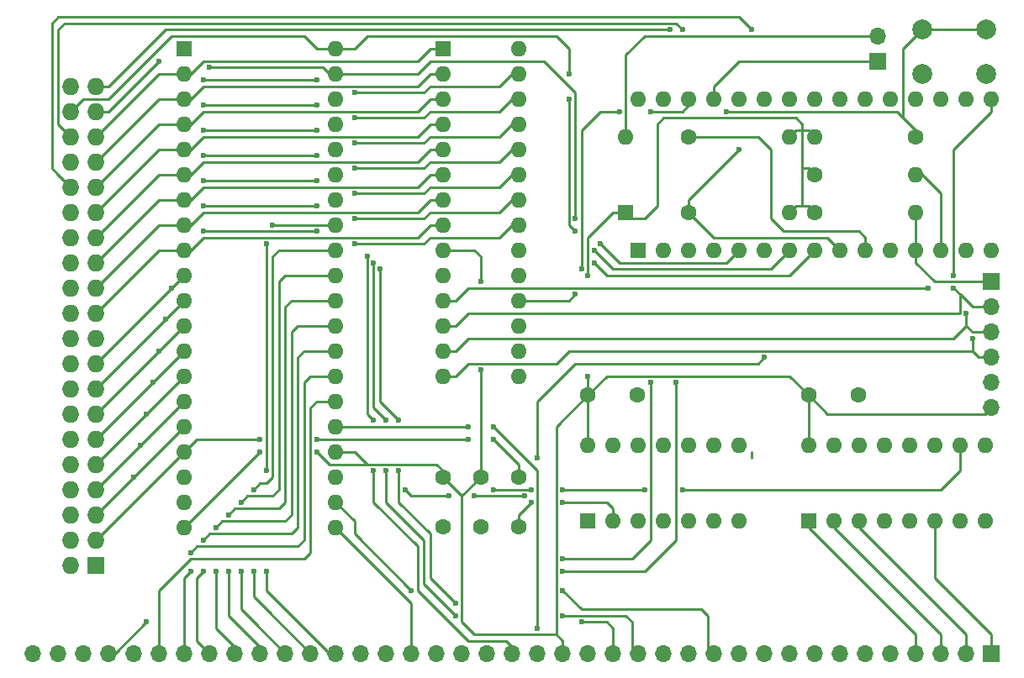
<source format=gtl>
G04 #@! TF.FileFunction,Copper,L1,Top,Signal*
%FSLAX46Y46*%
G04 Gerber Fmt 4.6, Leading zero omitted, Abs format (unit mm)*
G04 Created by KiCad (PCBNEW 4.0.6) date 06/14/17 01:07:24*
%MOMM*%
%LPD*%
G01*
G04 APERTURE LIST*
%ADD10C,0.100000*%
%ADD11R,1.727200X1.727200*%
%ADD12O,1.727200X1.727200*%
%ADD13C,1.600000*%
%ADD14R,1.700000X1.700000*%
%ADD15O,1.700000X1.700000*%
%ADD16R,1.600000X1.600000*%
%ADD17O,1.600000X1.600000*%
%ADD18C,2.000000*%
%ADD19C,0.600000*%
%ADD20C,0.250000*%
G04 APERTURE END LIST*
D10*
D11*
X106680000Y-124460000D03*
D12*
X104140000Y-124460000D03*
X106680000Y-121920000D03*
X104140000Y-121920000D03*
X106680000Y-119380000D03*
X104140000Y-119380000D03*
X106680000Y-116840000D03*
X104140000Y-116840000D03*
X106680000Y-114300000D03*
X104140000Y-114300000D03*
X106680000Y-111760000D03*
X104140000Y-111760000D03*
X106680000Y-109220000D03*
X104140000Y-109220000D03*
X106680000Y-106680000D03*
X104140000Y-106680000D03*
X106680000Y-104140000D03*
X104140000Y-104140000D03*
X106680000Y-101600000D03*
X104140000Y-101600000D03*
X106680000Y-99060000D03*
X104140000Y-99060000D03*
X106680000Y-96520000D03*
X104140000Y-96520000D03*
X106680000Y-93980000D03*
X104140000Y-93980000D03*
X106680000Y-91440000D03*
X104140000Y-91440000D03*
X106680000Y-88900000D03*
X104140000Y-88900000D03*
X106680000Y-86360000D03*
X104140000Y-86360000D03*
X106680000Y-83820000D03*
X104140000Y-83820000D03*
X106680000Y-81280000D03*
X104140000Y-81280000D03*
X106680000Y-78740000D03*
X104140000Y-78740000D03*
X106680000Y-76200000D03*
X104140000Y-76200000D03*
D13*
X156210000Y-107315000D03*
X161210000Y-107315000D03*
X141605000Y-115570000D03*
X141605000Y-120570000D03*
X178435000Y-107315000D03*
X183435000Y-107315000D03*
X145415000Y-115570000D03*
X145415000Y-120570000D03*
D14*
X196850000Y-133350000D03*
D15*
X194310000Y-133350000D03*
X191770000Y-133350000D03*
X189230000Y-133350000D03*
X186690000Y-133350000D03*
X184150000Y-133350000D03*
X181610000Y-133350000D03*
X179070000Y-133350000D03*
X176530000Y-133350000D03*
X173990000Y-133350000D03*
X171450000Y-133350000D03*
X168910000Y-133350000D03*
X166370000Y-133350000D03*
X163830000Y-133350000D03*
X161290000Y-133350000D03*
X158750000Y-133350000D03*
X156210000Y-133350000D03*
X153670000Y-133350000D03*
X151130000Y-133350000D03*
X148590000Y-133350000D03*
X146050000Y-133350000D03*
X143510000Y-133350000D03*
X140970000Y-133350000D03*
X138430000Y-133350000D03*
X135890000Y-133350000D03*
X133350000Y-133350000D03*
X130810000Y-133350000D03*
X128270000Y-133350000D03*
X125730000Y-133350000D03*
X123190000Y-133350000D03*
X120650000Y-133350000D03*
X118110000Y-133350000D03*
X115570000Y-133350000D03*
X113030000Y-133350000D03*
X110490000Y-133350000D03*
X107950000Y-133350000D03*
X105410000Y-133350000D03*
X102870000Y-133350000D03*
X100330000Y-133350000D03*
D16*
X161290000Y-92710000D03*
D17*
X194310000Y-77470000D03*
X163830000Y-92710000D03*
X191770000Y-77470000D03*
X166370000Y-92710000D03*
X189230000Y-77470000D03*
X168910000Y-92710000D03*
X186690000Y-77470000D03*
X171450000Y-92710000D03*
X184150000Y-77470000D03*
X173990000Y-92710000D03*
X181610000Y-77470000D03*
X176530000Y-92710000D03*
X179070000Y-77470000D03*
X179070000Y-92710000D03*
X176530000Y-77470000D03*
X181610000Y-92710000D03*
X173990000Y-77470000D03*
X184150000Y-92710000D03*
X171450000Y-77470000D03*
X186690000Y-92710000D03*
X168910000Y-77470000D03*
X189230000Y-92710000D03*
X166370000Y-77470000D03*
X191770000Y-92710000D03*
X163830000Y-77470000D03*
X194310000Y-92710000D03*
X161290000Y-77470000D03*
X196850000Y-92710000D03*
X196850000Y-77470000D03*
D14*
X185420000Y-73660000D03*
D15*
X185420000Y-71120000D03*
D13*
X166370000Y-88900000D03*
D17*
X176530000Y-88900000D03*
D13*
X179070000Y-88900000D03*
D17*
X189230000Y-88900000D03*
D13*
X179070000Y-85090000D03*
D17*
X189230000Y-85090000D03*
D18*
X189865000Y-74985000D03*
X189865000Y-70485000D03*
X196365000Y-74985000D03*
X196365000Y-70485000D03*
D16*
X156210000Y-120015000D03*
D17*
X171450000Y-112395000D03*
X158750000Y-120015000D03*
X168910000Y-112395000D03*
X161290000Y-120015000D03*
X166370000Y-112395000D03*
X163830000Y-120015000D03*
X163830000Y-112395000D03*
X166370000Y-120015000D03*
X161290000Y-112395000D03*
X168910000Y-120015000D03*
X158750000Y-112395000D03*
X171450000Y-120015000D03*
X156210000Y-112395000D03*
D16*
X115570000Y-72390000D03*
D17*
X130810000Y-120650000D03*
X115570000Y-74930000D03*
X130810000Y-118110000D03*
X115570000Y-77470000D03*
X130810000Y-115570000D03*
X115570000Y-80010000D03*
X130810000Y-113030000D03*
X115570000Y-82550000D03*
X130810000Y-110490000D03*
X115570000Y-85090000D03*
X130810000Y-107950000D03*
X115570000Y-87630000D03*
X130810000Y-105410000D03*
X115570000Y-90170000D03*
X130810000Y-102870000D03*
X115570000Y-92710000D03*
X130810000Y-100330000D03*
X115570000Y-95250000D03*
X130810000Y-97790000D03*
X115570000Y-97790000D03*
X130810000Y-95250000D03*
X115570000Y-100330000D03*
X130810000Y-92710000D03*
X115570000Y-102870000D03*
X130810000Y-90170000D03*
X115570000Y-105410000D03*
X130810000Y-87630000D03*
X115570000Y-107950000D03*
X130810000Y-85090000D03*
X115570000Y-110490000D03*
X130810000Y-82550000D03*
X115570000Y-113030000D03*
X130810000Y-80010000D03*
X115570000Y-115570000D03*
X130810000Y-77470000D03*
X115570000Y-118110000D03*
X130810000Y-74930000D03*
X115570000Y-120650000D03*
X130810000Y-72390000D03*
D16*
X178435000Y-120015000D03*
D17*
X196215000Y-112395000D03*
X180975000Y-120015000D03*
X193675000Y-112395000D03*
X183515000Y-120015000D03*
X191135000Y-112395000D03*
X186055000Y-120015000D03*
X188595000Y-112395000D03*
X188595000Y-120015000D03*
X186055000Y-112395000D03*
X191135000Y-120015000D03*
X183515000Y-112395000D03*
X193675000Y-120015000D03*
X180975000Y-112395000D03*
X196215000Y-120015000D03*
X178435000Y-112395000D03*
D16*
X141605000Y-72390000D03*
D17*
X149225000Y-105410000D03*
X141605000Y-74930000D03*
X149225000Y-102870000D03*
X141605000Y-77470000D03*
X149225000Y-100330000D03*
X141605000Y-80010000D03*
X149225000Y-97790000D03*
X141605000Y-82550000D03*
X149225000Y-95250000D03*
X141605000Y-85090000D03*
X149225000Y-92710000D03*
X141605000Y-87630000D03*
X149225000Y-90170000D03*
X141605000Y-90170000D03*
X149225000Y-87630000D03*
X141605000Y-92710000D03*
X149225000Y-85090000D03*
X141605000Y-95250000D03*
X149225000Y-82550000D03*
X141605000Y-97790000D03*
X149225000Y-80010000D03*
X141605000Y-100330000D03*
X149225000Y-77470000D03*
X141605000Y-102870000D03*
X149225000Y-74930000D03*
X141605000Y-105410000D03*
X149225000Y-72390000D03*
D14*
X196850000Y-95885000D03*
D15*
X196850000Y-98425000D03*
X196850000Y-100965000D03*
X196850000Y-103505000D03*
X196850000Y-106045000D03*
X196850000Y-108585000D03*
D13*
X166370000Y-81280000D03*
D17*
X176530000Y-81280000D03*
D13*
X189230000Y-81280000D03*
D17*
X179070000Y-81280000D03*
D13*
X149225000Y-115570000D03*
X149225000Y-120570000D03*
D16*
X160020000Y-88900000D03*
D17*
X160020000Y-81280000D03*
D19*
X145415000Y-104775000D03*
X145415000Y-95885000D03*
X123190000Y-113030000D03*
X128905000Y-113030000D03*
X156210000Y-95250000D03*
X156210000Y-105410000D03*
X173990000Y-103505000D03*
X151130000Y-113665000D03*
X128905000Y-111760000D03*
X144145000Y-111760000D03*
X146685000Y-111760000D03*
X123190000Y-111760000D03*
X153670000Y-127000000D03*
X138430000Y-127000000D03*
X153670000Y-129540000D03*
X142875000Y-129540000D03*
X135890000Y-114935000D03*
X135890000Y-109855000D03*
X134620000Y-93980000D03*
X155575000Y-130175000D03*
X142875000Y-128270000D03*
X137160000Y-114935000D03*
X137160000Y-109855000D03*
X135255000Y-94615000D03*
X151130000Y-130810000D03*
X146685000Y-110490000D03*
X144145000Y-110490000D03*
X134620000Y-114935000D03*
X134620000Y-109855000D03*
X133985000Y-93345000D03*
X124460000Y-90170000D03*
X123825000Y-92075000D03*
X123825000Y-125095000D03*
X123825000Y-114935000D03*
X122555000Y-125095000D03*
X122555000Y-116840000D03*
X121285000Y-125095000D03*
X121285000Y-118110000D03*
X120015000Y-125095000D03*
X120015000Y-119380000D03*
X118745000Y-125095000D03*
X118745000Y-120650000D03*
X117475000Y-125095000D03*
X117475000Y-121920000D03*
X116205000Y-125095000D03*
X116205000Y-123190000D03*
X157480000Y-92075000D03*
X154940000Y-89535000D03*
X118110000Y-74295000D03*
X113030000Y-73660000D03*
X190500000Y-96520000D03*
X194310000Y-99060000D03*
X194945000Y-101600000D03*
X193040000Y-96520000D03*
X193040000Y-95250000D03*
X149860000Y-117475000D03*
X144780000Y-117475000D03*
X142240000Y-117475000D03*
X137795000Y-116840000D03*
X146685000Y-116840000D03*
X150495000Y-116840000D03*
X153670000Y-116840000D03*
X165735000Y-116840000D03*
X161925000Y-116840000D03*
X117475000Y-90805000D03*
X128905000Y-90805000D03*
X114300000Y-96520000D03*
X132715000Y-92075000D03*
X132715000Y-89535000D03*
X113665000Y-99695000D03*
X117475000Y-88265000D03*
X128905000Y-88265000D03*
X113030000Y-102870000D03*
X132715000Y-86995000D03*
X128905000Y-85725000D03*
X117475000Y-85725000D03*
X112395000Y-106045000D03*
X132715000Y-84455000D03*
X128905000Y-83185000D03*
X117475000Y-83185000D03*
X111760000Y-109220000D03*
X132715000Y-81915000D03*
X128905000Y-80645000D03*
X117475000Y-80645000D03*
X111125000Y-112395000D03*
X132715000Y-79375000D03*
X128905000Y-78105000D03*
X117475000Y-78105000D03*
X110490000Y-115570000D03*
X132715000Y-76835000D03*
X128905000Y-75565000D03*
X117475000Y-75565000D03*
X153670000Y-123825000D03*
X162560000Y-106045000D03*
X111760000Y-130175000D03*
X153670000Y-125095000D03*
X165100000Y-106045000D03*
X154305000Y-77470000D03*
X154305000Y-74930000D03*
X154940000Y-90805000D03*
X156845000Y-92710000D03*
X156845000Y-93980000D03*
X171450000Y-82550000D03*
X172720000Y-70485000D03*
X164465000Y-70485000D03*
X165735000Y-70485000D03*
X155575000Y-94615000D03*
X162560000Y-78740000D03*
X159385000Y-78740000D03*
X154940000Y-97155000D03*
X170180000Y-78740000D03*
X150495000Y-118110000D03*
X153670000Y-118110000D03*
D20*
X172720000Y-113030000D02*
X172720000Y-113665000D01*
X145415000Y-93345000D02*
X145415000Y-95885000D01*
X145415000Y-93345000D02*
X144780000Y-92710000D01*
X141605000Y-92710000D02*
X144780000Y-92710000D01*
X145415000Y-104775000D02*
X145415000Y-115570000D01*
X130175000Y-114300000D02*
X128905000Y-113030000D01*
X123190000Y-113030000D02*
X115570000Y-120650000D01*
X156210000Y-107315000D02*
X156210000Y-105410000D01*
X158750000Y-88900000D02*
X156210000Y-91440000D01*
X158750000Y-88900000D02*
X160020000Y-88900000D01*
X156210000Y-95250000D02*
X156210000Y-91440000D01*
X160020000Y-88900000D02*
X160655000Y-89535000D01*
X160655000Y-89535000D02*
X161925000Y-89535000D01*
X177800000Y-80645000D02*
X177800000Y-80010000D01*
X177800000Y-80010000D02*
X177165000Y-79375000D01*
X177165000Y-79375000D02*
X168275000Y-79375000D01*
X163830000Y-79375000D02*
X168275000Y-79375000D01*
X163195000Y-80010000D02*
X163830000Y-79375000D01*
X163195000Y-88265000D02*
X163195000Y-80010000D01*
X161925000Y-89535000D02*
X163195000Y-88265000D01*
X177800000Y-80645000D02*
X177165000Y-80645000D01*
X177165000Y-80645000D02*
X176530000Y-81280000D01*
X179070000Y-81280000D02*
X178435000Y-80645000D01*
X178435000Y-80645000D02*
X177800000Y-80645000D01*
X179070000Y-85090000D02*
X178435000Y-84455000D01*
X178435000Y-84455000D02*
X177800000Y-84455000D01*
X177800000Y-88265000D02*
X178435000Y-88265000D01*
X178435000Y-88265000D02*
X179070000Y-88900000D01*
X177800000Y-88265000D02*
X177165000Y-88265000D01*
X177165000Y-88265000D02*
X176530000Y-88900000D01*
X177800000Y-81280000D02*
X177800000Y-84455000D01*
X177800000Y-84455000D02*
X177800000Y-85090000D01*
X177800000Y-85090000D02*
X177800000Y-88265000D01*
X177800000Y-81280000D02*
X177800000Y-80645000D01*
X178435000Y-107315000D02*
X180340000Y-109220000D01*
X196215000Y-109220000D02*
X196850000Y-108585000D01*
X180340000Y-109220000D02*
X196215000Y-109220000D01*
X133985000Y-114300000D02*
X133350000Y-114300000D01*
X130175000Y-114300000D02*
X133350000Y-114300000D01*
X156210000Y-107315000D02*
X153035000Y-110490000D01*
X153035000Y-110490000D02*
X153035000Y-131445000D01*
X156210000Y-107315000D02*
X158115000Y-105410000D01*
X176530000Y-105410000D02*
X178435000Y-107315000D01*
X158115000Y-105410000D02*
X176530000Y-105410000D01*
X178435000Y-112395000D02*
X178435000Y-107315000D01*
X156210000Y-107315000D02*
X156210000Y-112395000D01*
X143510000Y-117475000D02*
X141605000Y-115570000D01*
X153670000Y-132080000D02*
X153670000Y-133350000D01*
X153035000Y-131445000D02*
X153670000Y-132080000D01*
X144780000Y-131445000D02*
X153035000Y-131445000D01*
X143510000Y-117475000D02*
X143510000Y-130175000D01*
X143510000Y-130175000D02*
X144780000Y-131445000D01*
X130810000Y-113030000D02*
X132715000Y-113030000D01*
X133350000Y-113665000D02*
X133985000Y-114300000D01*
X132715000Y-113030000D02*
X133350000Y-113665000D01*
X140970000Y-114300000D02*
X141605000Y-114935000D01*
X133985000Y-114300000D02*
X140970000Y-114300000D01*
X141605000Y-114935000D02*
X141605000Y-115570000D01*
X145415000Y-115570000D02*
X143510000Y-117475000D01*
X157480000Y-104140000D02*
X154940000Y-104140000D01*
X173355000Y-104140000D02*
X173990000Y-103505000D01*
X157480000Y-104140000D02*
X173355000Y-104140000D01*
X151130000Y-107950000D02*
X151130000Y-109220000D01*
X154940000Y-104140000D02*
X151130000Y-107950000D01*
X151130000Y-109220000D02*
X151130000Y-113665000D01*
X115570000Y-113030000D02*
X116840000Y-111760000D01*
X144145000Y-111760000D02*
X128905000Y-111760000D01*
X149225000Y-114300000D02*
X146685000Y-111760000D01*
X149225000Y-114300000D02*
X149225000Y-115570000D01*
X123190000Y-111760000D02*
X116840000Y-111760000D01*
X115570000Y-113030000D02*
X106680000Y-121920000D01*
X196215000Y-130810000D02*
X196850000Y-131445000D01*
X196850000Y-131445000D02*
X196850000Y-132080000D01*
X196215000Y-130810000D02*
X191135000Y-125730000D01*
X191135000Y-120015000D02*
X191135000Y-125730000D01*
X196850000Y-132080000D02*
X196850000Y-133350000D01*
X194310000Y-133350000D02*
X194310000Y-131445000D01*
X194310000Y-131445000D02*
X183515000Y-120650000D01*
X183515000Y-120650000D02*
X183515000Y-120015000D01*
X191770000Y-133350000D02*
X191770000Y-131445000D01*
X191770000Y-131445000D02*
X180975000Y-120650000D01*
X180975000Y-120650000D02*
X180975000Y-120015000D01*
X189230000Y-133350000D02*
X189230000Y-131445000D01*
X189230000Y-131445000D02*
X178435000Y-120650000D01*
X178435000Y-120650000D02*
X178435000Y-120015000D01*
X168275000Y-132715000D02*
X168275000Y-129540000D01*
X168275000Y-129540000D02*
X167640000Y-128905000D01*
X167640000Y-128905000D02*
X155575000Y-128905000D01*
X155575000Y-128905000D02*
X153670000Y-127000000D01*
X168910000Y-133350000D02*
X168275000Y-132715000D01*
X132715000Y-120015000D02*
X130810000Y-118110000D01*
X132715000Y-121285000D02*
X132715000Y-120015000D01*
X138430000Y-127000000D02*
X132715000Y-121285000D01*
X160655000Y-132715000D02*
X161290000Y-133350000D01*
X160655000Y-130175000D02*
X160655000Y-132715000D01*
X160020000Y-129540000D02*
X160655000Y-130175000D01*
X153670000Y-129540000D02*
X160020000Y-129540000D01*
X139700000Y-126365000D02*
X142875000Y-129540000D01*
X139700000Y-121920000D02*
X139700000Y-126365000D01*
X135890000Y-118110000D02*
X139700000Y-121920000D01*
X135890000Y-114935000D02*
X135890000Y-118110000D01*
X134620000Y-108585000D02*
X135890000Y-109855000D01*
X134620000Y-93980000D02*
X134620000Y-108585000D01*
X158750000Y-130810000D02*
X158750000Y-133350000D01*
X158115000Y-130175000D02*
X158750000Y-130810000D01*
X155575000Y-130175000D02*
X158115000Y-130175000D01*
X140335000Y-125730000D02*
X142875000Y-128270000D01*
X140335000Y-121285000D02*
X140335000Y-125730000D01*
X137160000Y-118110000D02*
X140335000Y-121285000D01*
X137160000Y-114935000D02*
X137160000Y-118110000D01*
X135255000Y-107950000D02*
X137160000Y-109855000D01*
X135255000Y-94615000D02*
X135255000Y-107950000D01*
X130810000Y-110490000D02*
X144145000Y-110490000D01*
X151130000Y-114935000D02*
X151130000Y-130810000D01*
X146685000Y-110490000D02*
X151130000Y-114935000D01*
X148590000Y-133350000D02*
X148590000Y-132715000D01*
X148590000Y-132715000D02*
X147955000Y-132080000D01*
X147955000Y-132080000D02*
X144145000Y-132080000D01*
X144145000Y-132080000D02*
X139065000Y-127000000D01*
X139065000Y-127000000D02*
X139065000Y-122555000D01*
X139065000Y-122555000D02*
X134620000Y-118110000D01*
X134620000Y-118110000D02*
X134620000Y-114935000D01*
X134620000Y-109855000D02*
X133985000Y-109220000D01*
X133985000Y-109220000D02*
X133985000Y-93345000D01*
X123825000Y-111125000D02*
X123825000Y-114935000D01*
X123825000Y-92075000D02*
X123825000Y-111125000D01*
X130810000Y-90170000D02*
X124460000Y-90170000D01*
X123825000Y-127000000D02*
X130175000Y-133350000D01*
X123825000Y-125095000D02*
X123825000Y-127000000D01*
X130175000Y-133350000D02*
X130810000Y-133350000D01*
X123190000Y-116205000D02*
X123825000Y-116205000D01*
X123825000Y-116205000D02*
X124460000Y-115570000D01*
X122555000Y-127635000D02*
X123825000Y-128905000D01*
X122555000Y-125095000D02*
X122555000Y-127635000D01*
X123190000Y-116205000D02*
X122555000Y-116840000D01*
X128270000Y-133350000D02*
X123825000Y-128905000D01*
X125095000Y-92710000D02*
X130810000Y-92710000D01*
X124460000Y-93345000D02*
X125095000Y-92710000D01*
X124460000Y-115570000D02*
X124460000Y-93345000D01*
X123190000Y-117475000D02*
X121920000Y-117475000D01*
X121285000Y-128905000D02*
X122555000Y-130175000D01*
X121285000Y-125095000D02*
X121285000Y-128905000D01*
X121920000Y-117475000D02*
X121285000Y-118110000D01*
X125730000Y-133350000D02*
X122555000Y-130175000D01*
X125730000Y-95250000D02*
X130810000Y-95250000D01*
X125095000Y-95885000D02*
X125730000Y-95250000D01*
X125095000Y-116840000D02*
X125095000Y-95885000D01*
X124460000Y-117475000D02*
X125095000Y-116840000D01*
X123190000Y-117475000D02*
X124460000Y-117475000D01*
X121920000Y-118745000D02*
X120650000Y-118745000D01*
X120015000Y-129540000D02*
X121285000Y-130810000D01*
X120015000Y-125095000D02*
X120015000Y-129540000D01*
X120650000Y-118745000D02*
X120015000Y-119380000D01*
X123190000Y-133350000D02*
X123190000Y-132715000D01*
X123190000Y-132715000D02*
X121285000Y-130810000D01*
X121920000Y-118745000D02*
X125095000Y-118745000D01*
X125095000Y-118745000D02*
X125730000Y-118110000D01*
X125730000Y-118110000D02*
X125730000Y-98425000D01*
X125730000Y-98425000D02*
X126365000Y-97790000D01*
X126365000Y-97790000D02*
X130810000Y-97790000D01*
X120650000Y-120015000D02*
X119380000Y-120015000D01*
X118745000Y-130810000D02*
X120015000Y-132080000D01*
X118745000Y-125095000D02*
X118745000Y-130810000D01*
X119380000Y-120015000D02*
X118745000Y-120650000D01*
X120650000Y-133350000D02*
X120650000Y-132715000D01*
X120650000Y-132715000D02*
X120015000Y-132080000D01*
X130810000Y-100330000D02*
X127000000Y-100330000D01*
X125730000Y-120015000D02*
X120650000Y-120015000D01*
X126365000Y-119380000D02*
X125730000Y-120015000D01*
X126365000Y-100965000D02*
X126365000Y-119380000D01*
X127000000Y-100330000D02*
X126365000Y-100965000D01*
X119380000Y-121285000D02*
X118110000Y-121285000D01*
X116840000Y-132080000D02*
X118110000Y-133350000D01*
X116840000Y-125730000D02*
X116840000Y-132080000D01*
X117475000Y-125095000D02*
X116840000Y-125730000D01*
X118110000Y-121285000D02*
X117475000Y-121920000D01*
X119380000Y-121285000D02*
X123825000Y-121285000D01*
X127635000Y-102870000D02*
X130810000Y-102870000D01*
X123825000Y-121285000D02*
X126365000Y-121285000D01*
X126365000Y-121285000D02*
X127000000Y-120650000D01*
X127000000Y-120650000D02*
X127000000Y-103505000D01*
X127000000Y-103505000D02*
X127635000Y-102870000D01*
X118110000Y-122555000D02*
X116840000Y-122555000D01*
X115570000Y-125730000D02*
X115570000Y-127000000D01*
X116205000Y-125095000D02*
X115570000Y-125730000D01*
X116840000Y-122555000D02*
X116205000Y-123190000D01*
X118110000Y-122555000D02*
X120015000Y-122555000D01*
X123190000Y-122555000D02*
X127000000Y-122555000D01*
X120015000Y-122555000D02*
X123190000Y-122555000D01*
X127635000Y-106045000D02*
X128270000Y-105410000D01*
X127635000Y-118110000D02*
X127635000Y-106045000D01*
X128270000Y-105410000D02*
X130810000Y-105410000D01*
X127000000Y-122555000D02*
X127635000Y-121920000D01*
X127635000Y-121920000D02*
X127635000Y-118110000D01*
X115570000Y-133350000D02*
X115570000Y-127000000D01*
X115570000Y-133350000D02*
X115570000Y-132080000D01*
X128270000Y-118745000D02*
X128270000Y-123190000D01*
X127635000Y-123825000D02*
X123190000Y-123825000D01*
X128270000Y-123190000D02*
X127635000Y-123825000D01*
X113030000Y-133350000D02*
X113030000Y-127000000D01*
X128905000Y-107950000D02*
X130810000Y-107950000D01*
X128270000Y-108585000D02*
X128905000Y-107950000D01*
X128270000Y-118745000D02*
X128270000Y-108585000D01*
X116205000Y-123825000D02*
X123190000Y-123825000D01*
X113030000Y-127000000D02*
X116205000Y-123825000D01*
X113030000Y-133350000D02*
X113030000Y-132080000D01*
X154940000Y-89535000D02*
X154940000Y-76835000D01*
X171450000Y-92710000D02*
X170180000Y-93980000D01*
X170180000Y-93980000D02*
X159385000Y-93980000D01*
X159385000Y-93980000D02*
X157480000Y-92075000D01*
X139065000Y-74930000D02*
X130810000Y-74930000D01*
X140335000Y-73660000D02*
X139065000Y-74930000D01*
X151765000Y-73660000D02*
X140335000Y-73660000D01*
X154940000Y-76835000D02*
X151765000Y-73660000D01*
X106680000Y-78740000D02*
X107950000Y-78740000D01*
X129540000Y-74295000D02*
X130175000Y-74930000D01*
X118110000Y-74295000D02*
X129540000Y-74295000D01*
X107950000Y-78740000D02*
X113030000Y-73660000D01*
X130175000Y-74930000D02*
X130810000Y-74930000D01*
X189230000Y-88900000D02*
X189230000Y-92710000D01*
X189230000Y-92710000D02*
X189230000Y-93980000D01*
X191135000Y-95885000D02*
X196850000Y-95885000D01*
X189230000Y-93980000D02*
X191135000Y-95885000D01*
X168910000Y-77470000D02*
X168910000Y-76200000D01*
X171450000Y-73660000D02*
X185420000Y-73660000D01*
X168910000Y-76200000D02*
X171450000Y-73660000D01*
X144145000Y-96520000D02*
X146685000Y-96520000D01*
X172720000Y-96520000D02*
X175260000Y-96520000D01*
X142875000Y-97790000D02*
X144145000Y-96520000D01*
X146685000Y-96520000D02*
X154940000Y-96520000D01*
X157480000Y-96520000D02*
X172720000Y-96520000D01*
X175260000Y-96520000D02*
X190500000Y-96520000D01*
X142875000Y-97790000D02*
X141605000Y-97790000D01*
X154940000Y-96520000D02*
X157480000Y-96520000D01*
X189230000Y-85090000D02*
X189865000Y-85090000D01*
X189865000Y-85090000D02*
X191770000Y-86995000D01*
X191770000Y-86995000D02*
X191770000Y-92710000D01*
X144145000Y-101600000D02*
X146685000Y-101600000D01*
X194310000Y-100330000D02*
X193040000Y-101600000D01*
X175260000Y-101600000D02*
X193040000Y-101600000D01*
X157480000Y-101600000D02*
X172720000Y-101600000D01*
X172720000Y-101600000D02*
X175260000Y-101600000D01*
X142875000Y-102870000D02*
X144145000Y-101600000D01*
X142875000Y-102870000D02*
X141605000Y-102870000D01*
X154940000Y-101600000D02*
X146685000Y-101600000D01*
X154940000Y-101600000D02*
X157480000Y-101600000D01*
X194945000Y-100965000D02*
X196850000Y-100965000D01*
X194310000Y-100330000D02*
X194945000Y-100965000D01*
X194310000Y-99060000D02*
X194310000Y-100330000D01*
X144145000Y-104140000D02*
X146685000Y-104140000D01*
X144145000Y-104140000D02*
X142875000Y-105410000D01*
X141605000Y-105410000D02*
X142875000Y-105410000D01*
X153035000Y-104140000D02*
X146685000Y-104140000D01*
X154305000Y-102870000D02*
X153035000Y-104140000D01*
X157480000Y-102870000D02*
X154940000Y-102870000D01*
X172720000Y-102870000D02*
X175260000Y-102870000D01*
X172720000Y-102870000D02*
X157480000Y-102870000D01*
X175260000Y-102870000D02*
X194945000Y-102870000D01*
X154940000Y-102870000D02*
X154305000Y-102870000D01*
X195580000Y-103505000D02*
X196850000Y-103505000D01*
X194945000Y-102870000D02*
X195580000Y-103505000D01*
X194945000Y-101600000D02*
X194945000Y-102870000D01*
X144145000Y-99060000D02*
X146685000Y-99060000D01*
X172720000Y-99060000D02*
X175260000Y-99060000D01*
X193675000Y-99060000D02*
X175260000Y-99060000D01*
X172720000Y-99060000D02*
X157480000Y-99060000D01*
X154940000Y-99060000D02*
X146685000Y-99060000D01*
X144145000Y-99060000D02*
X142875000Y-100330000D01*
X141605000Y-100330000D02*
X142875000Y-100330000D01*
X193675000Y-99060000D02*
X193675000Y-97155000D01*
X157480000Y-99060000D02*
X154940000Y-99060000D01*
X196850000Y-77470000D02*
X196850000Y-78740000D01*
X194945000Y-98425000D02*
X196850000Y-98425000D01*
X193040000Y-96520000D02*
X193675000Y-97155000D01*
X193675000Y-97155000D02*
X194945000Y-98425000D01*
X193040000Y-82550000D02*
X193040000Y-95250000D01*
X196850000Y-78740000D02*
X193040000Y-82550000D01*
X144780000Y-117475000D02*
X149860000Y-117475000D01*
X138430000Y-117475000D02*
X142240000Y-117475000D01*
X137795000Y-116840000D02*
X138430000Y-117475000D01*
X141605000Y-72390000D02*
X140335000Y-72390000D01*
X139065000Y-73660000D02*
X135255000Y-73660000D01*
X140335000Y-72390000D02*
X139065000Y-73660000D01*
X115570000Y-74930000D02*
X116205000Y-74930000D01*
X116205000Y-74930000D02*
X117475000Y-73660000D01*
X117475000Y-73660000D02*
X135255000Y-73660000D01*
X106680000Y-81280000D02*
X113030000Y-74930000D01*
X113030000Y-74930000D02*
X115570000Y-74930000D01*
X141605000Y-74930000D02*
X140335000Y-74930000D01*
X139065000Y-76200000D02*
X135255000Y-76200000D01*
X140335000Y-74930000D02*
X139065000Y-76200000D01*
X115570000Y-77470000D02*
X116205000Y-77470000D01*
X116205000Y-77470000D02*
X117475000Y-76200000D01*
X117475000Y-76200000D02*
X135255000Y-76200000D01*
X106680000Y-83820000D02*
X113030000Y-77470000D01*
X113030000Y-77470000D02*
X115570000Y-77470000D01*
X155575000Y-116840000D02*
X161925000Y-116840000D01*
X146685000Y-116840000D02*
X150495000Y-116840000D01*
X153670000Y-116840000D02*
X155575000Y-116840000D01*
X193675000Y-114935000D02*
X193675000Y-112395000D01*
X191770000Y-116840000D02*
X193675000Y-114935000D01*
X165735000Y-116840000D02*
X191770000Y-116840000D01*
X141605000Y-77470000D02*
X140335000Y-77470000D01*
X139065000Y-78740000D02*
X135255000Y-78740000D01*
X140335000Y-77470000D02*
X139065000Y-78740000D01*
X115570000Y-80010000D02*
X116205000Y-80010000D01*
X116205000Y-80010000D02*
X117475000Y-78740000D01*
X117475000Y-78740000D02*
X132080000Y-78740000D01*
X132080000Y-78740000D02*
X135255000Y-78740000D01*
X106680000Y-86360000D02*
X113030000Y-80010000D01*
X113030000Y-80010000D02*
X115570000Y-80010000D01*
X141605000Y-80010000D02*
X140335000Y-80010000D01*
X139065000Y-81280000D02*
X135255000Y-81280000D01*
X140335000Y-80010000D02*
X139065000Y-81280000D01*
X115570000Y-82550000D02*
X116205000Y-82550000D01*
X116205000Y-82550000D02*
X117475000Y-81280000D01*
X117475000Y-81280000D02*
X135255000Y-81280000D01*
X106680000Y-88900000D02*
X113030000Y-82550000D01*
X113030000Y-82550000D02*
X115570000Y-82550000D01*
X141605000Y-82550000D02*
X140335000Y-82550000D01*
X139065000Y-83820000D02*
X135255000Y-83820000D01*
X140335000Y-82550000D02*
X139065000Y-83820000D01*
X115570000Y-85090000D02*
X116205000Y-85090000D01*
X116205000Y-85090000D02*
X117475000Y-83820000D01*
X117475000Y-83820000D02*
X135255000Y-83820000D01*
X106680000Y-91440000D02*
X113030000Y-85090000D01*
X113030000Y-85090000D02*
X115570000Y-85090000D01*
X141605000Y-85090000D02*
X140335000Y-85090000D01*
X139065000Y-86360000D02*
X135255000Y-86360000D01*
X140335000Y-85090000D02*
X139065000Y-86360000D01*
X115570000Y-87630000D02*
X116205000Y-87630000D01*
X116205000Y-87630000D02*
X117475000Y-86360000D01*
X117475000Y-86360000D02*
X135255000Y-86360000D01*
X106680000Y-93980000D02*
X113030000Y-87630000D01*
X113030000Y-87630000D02*
X115570000Y-87630000D01*
X141605000Y-87630000D02*
X140335000Y-87630000D01*
X139065000Y-88900000D02*
X135255000Y-88900000D01*
X140335000Y-87630000D02*
X139065000Y-88900000D01*
X115570000Y-90170000D02*
X116205000Y-90170000D01*
X116205000Y-90170000D02*
X117475000Y-88900000D01*
X117475000Y-88900000D02*
X135255000Y-88900000D01*
X106680000Y-96520000D02*
X113030000Y-90170000D01*
X113030000Y-90170000D02*
X115570000Y-90170000D01*
X141605000Y-90170000D02*
X140335000Y-90170000D01*
X139065000Y-91440000D02*
X135255000Y-91440000D01*
X140335000Y-90170000D02*
X139065000Y-91440000D01*
X115570000Y-92710000D02*
X116205000Y-92710000D01*
X116205000Y-92710000D02*
X117475000Y-91440000D01*
X117475000Y-91440000D02*
X135255000Y-91440000D01*
X106680000Y-99060000D02*
X113030000Y-92710000D01*
X113030000Y-92710000D02*
X115570000Y-92710000D01*
X115570000Y-93345000D02*
X115570000Y-92710000D01*
X128905000Y-90805000D02*
X117475000Y-90805000D01*
X142875000Y-91440000D02*
X140335000Y-91440000D01*
X147320000Y-91440000D02*
X148590000Y-90170000D01*
X142875000Y-91440000D02*
X147320000Y-91440000D01*
X139700000Y-92075000D02*
X132715000Y-92075000D01*
X140335000Y-91440000D02*
X139700000Y-92075000D01*
X148590000Y-90170000D02*
X149225000Y-90170000D01*
X115570000Y-95250000D02*
X114300000Y-96520000D01*
X114300000Y-96520000D02*
X106680000Y-104140000D01*
X140335000Y-88900000D02*
X139700000Y-89535000D01*
X139700000Y-89535000D02*
X132715000Y-89535000D01*
X147320000Y-88900000D02*
X148590000Y-87630000D01*
X142875000Y-88900000D02*
X147320000Y-88900000D01*
X142875000Y-88900000D02*
X140335000Y-88900000D01*
X128905000Y-88265000D02*
X117475000Y-88265000D01*
X148590000Y-87630000D02*
X149225000Y-87630000D01*
X115570000Y-97790000D02*
X113665000Y-99695000D01*
X113665000Y-99695000D02*
X106680000Y-106680000D01*
X142875000Y-86360000D02*
X147320000Y-86360000D01*
X148590000Y-85090000D02*
X147320000Y-86360000D01*
X132715000Y-86995000D02*
X139700000Y-86995000D01*
X139700000Y-86995000D02*
X140335000Y-86360000D01*
X140335000Y-86360000D02*
X142875000Y-86360000D01*
X117475000Y-85725000D02*
X128905000Y-85725000D01*
X148590000Y-85090000D02*
X149225000Y-85090000D01*
X115570000Y-100330000D02*
X113030000Y-102870000D01*
X113030000Y-102870000D02*
X106680000Y-109220000D01*
X142875000Y-83820000D02*
X147320000Y-83820000D01*
X148590000Y-82550000D02*
X147320000Y-83820000D01*
X132715000Y-84455000D02*
X139700000Y-84455000D01*
X139700000Y-84455000D02*
X140335000Y-83820000D01*
X140335000Y-83820000D02*
X142875000Y-83820000D01*
X117475000Y-83185000D02*
X128905000Y-83185000D01*
X148590000Y-82550000D02*
X149225000Y-82550000D01*
X115570000Y-102870000D02*
X112395000Y-106045000D01*
X112395000Y-106045000D02*
X106680000Y-111760000D01*
X142875000Y-81280000D02*
X147320000Y-81280000D01*
X148590000Y-80010000D02*
X147320000Y-81280000D01*
X132715000Y-81915000D02*
X139700000Y-81915000D01*
X139700000Y-81915000D02*
X140335000Y-81280000D01*
X140335000Y-81280000D02*
X142875000Y-81280000D01*
X117475000Y-80645000D02*
X128905000Y-80645000D01*
X148590000Y-80010000D02*
X149225000Y-80010000D01*
X115570000Y-105410000D02*
X111760000Y-109220000D01*
X111760000Y-109220000D02*
X106680000Y-114300000D01*
X147320000Y-78740000D02*
X148590000Y-77470000D01*
X142875000Y-78740000D02*
X147320000Y-78740000D01*
X132715000Y-79375000D02*
X139700000Y-79375000D01*
X139700000Y-79375000D02*
X140335000Y-78740000D01*
X140335000Y-78740000D02*
X142875000Y-78740000D01*
X117475000Y-78105000D02*
X128905000Y-78105000D01*
X148590000Y-77470000D02*
X149225000Y-77470000D01*
X115570000Y-107950000D02*
X111125000Y-112395000D01*
X111125000Y-112395000D02*
X106680000Y-116840000D01*
X147320000Y-76200000D02*
X148590000Y-74930000D01*
X142875000Y-76200000D02*
X147320000Y-76200000D01*
X132715000Y-76835000D02*
X139700000Y-76835000D01*
X139700000Y-76835000D02*
X140335000Y-76200000D01*
X140335000Y-76200000D02*
X142875000Y-76200000D01*
X117475000Y-75565000D02*
X128905000Y-75565000D01*
X148590000Y-74930000D02*
X149225000Y-74930000D01*
X115570000Y-110490000D02*
X110490000Y-115570000D01*
X110490000Y-115570000D02*
X106680000Y-119380000D01*
X138430000Y-133350000D02*
X138430000Y-128270000D01*
X138430000Y-128270000D02*
X130810000Y-120650000D01*
X162560000Y-116205000D02*
X162560000Y-117475000D01*
X162560000Y-106045000D02*
X162560000Y-116205000D01*
X162560000Y-117475000D02*
X162560000Y-121920000D01*
X162560000Y-121920000D02*
X160655000Y-123825000D01*
X160655000Y-123825000D02*
X153670000Y-123825000D01*
X165100000Y-117475000D02*
X165100000Y-116205000D01*
X108585000Y-133350000D02*
X111760000Y-130175000D01*
X165100000Y-106045000D02*
X165100000Y-116205000D01*
X165100000Y-117475000D02*
X165100000Y-121920000D01*
X165100000Y-121920000D02*
X161925000Y-125095000D01*
X161925000Y-125095000D02*
X153670000Y-125095000D01*
X108585000Y-133350000D02*
X107950000Y-133350000D01*
X114300000Y-71120000D02*
X113030000Y-72390000D01*
X105410000Y-77470000D02*
X107950000Y-77470000D01*
X107950000Y-77470000D02*
X113030000Y-72390000D01*
X105410000Y-77470000D02*
X104140000Y-78740000D01*
X133985000Y-71120000D02*
X153035000Y-71120000D01*
X114300000Y-71120000D02*
X127635000Y-71120000D01*
X130810000Y-72390000D02*
X132715000Y-72390000D01*
X154305000Y-72390000D02*
X154305000Y-73025000D01*
X153035000Y-71120000D02*
X154305000Y-72390000D01*
X132715000Y-72390000D02*
X133985000Y-71120000D01*
X130810000Y-72390000D02*
X128905000Y-72390000D01*
X128905000Y-72390000D02*
X127635000Y-71120000D01*
X130810000Y-72390000D02*
X131445000Y-72390000D01*
X154940000Y-90805000D02*
X154305000Y-90170000D01*
X154305000Y-90170000D02*
X154305000Y-77470000D01*
X154305000Y-74930000D02*
X154305000Y-73025000D01*
X159385000Y-94615000D02*
X158750000Y-94615000D01*
X174625000Y-94615000D02*
X159385000Y-94615000D01*
X176530000Y-92710000D02*
X174625000Y-94615000D01*
X158750000Y-94615000D02*
X156845000Y-92710000D01*
X159385000Y-95250000D02*
X158115000Y-95250000D01*
X158115000Y-95250000D02*
X156845000Y-93980000D01*
X179070000Y-92710000D02*
X176530000Y-95250000D01*
X176530000Y-95250000D02*
X159385000Y-95250000D01*
X166370000Y-88900000D02*
X166370000Y-87630000D01*
X166370000Y-87630000D02*
X171450000Y-82550000D01*
X166370000Y-88900000D02*
X168910000Y-91440000D01*
X168910000Y-91440000D02*
X175260000Y-91440000D01*
X153035000Y-69215000D02*
X171450000Y-69215000D01*
X171450000Y-69215000D02*
X172720000Y-70485000D01*
X153035000Y-69215000D02*
X129540000Y-69215000D01*
X102235000Y-69850000D02*
X102870000Y-69215000D01*
X102870000Y-69215000D02*
X129540000Y-69215000D01*
X104140000Y-86360000D02*
X102870000Y-85090000D01*
X102235000Y-84455000D02*
X102235000Y-70485000D01*
X102870000Y-85090000D02*
X102235000Y-84455000D01*
X102235000Y-70485000D02*
X102235000Y-69850000D01*
X181610000Y-92710000D02*
X180340000Y-91440000D01*
X180340000Y-91440000D02*
X175260000Y-91440000D01*
X107950000Y-76200000D02*
X112395000Y-71755000D01*
X106680000Y-76200000D02*
X107950000Y-76200000D01*
X113665000Y-70485000D02*
X153035000Y-70485000D01*
X112395000Y-71755000D02*
X113665000Y-70485000D01*
X164465000Y-70485000D02*
X153035000Y-70485000D01*
X184150000Y-92710000D02*
X184150000Y-91440000D01*
X173355000Y-81280000D02*
X166370000Y-81280000D01*
X174625000Y-82550000D02*
X173355000Y-81280000D01*
X174625000Y-89535000D02*
X174625000Y-82550000D01*
X175895000Y-90805000D02*
X174625000Y-89535000D01*
X183515000Y-90805000D02*
X175895000Y-90805000D01*
X184150000Y-91440000D02*
X183515000Y-90805000D01*
X153035000Y-69850000D02*
X165100000Y-69850000D01*
X102870000Y-70485000D02*
X103505000Y-69850000D01*
X103505000Y-69850000D02*
X123190000Y-69850000D01*
X104140000Y-81280000D02*
X102870000Y-80010000D01*
X102870000Y-80010000D02*
X102870000Y-75565000D01*
X102870000Y-75565000D02*
X102870000Y-70485000D01*
X153035000Y-69850000D02*
X123190000Y-69850000D01*
X165100000Y-69850000D02*
X165735000Y-70485000D01*
X155575000Y-80645000D02*
X157480000Y-78740000D01*
X155575000Y-94615000D02*
X155575000Y-80645000D01*
X149225000Y-97790000D02*
X154305000Y-97790000D01*
X165735000Y-78740000D02*
X166370000Y-78105000D01*
X162560000Y-78740000D02*
X165735000Y-78740000D01*
X157480000Y-78740000D02*
X159385000Y-78740000D01*
X154305000Y-97790000D02*
X154940000Y-97155000D01*
X166370000Y-78105000D02*
X166370000Y-77470000D01*
X187960000Y-79375000D02*
X187325000Y-78740000D01*
X187325000Y-78740000D02*
X170180000Y-78740000D01*
X189865000Y-70485000D02*
X196365000Y-70485000D01*
X189230000Y-81280000D02*
X189230000Y-80645000D01*
X189230000Y-80645000D02*
X187960000Y-79375000D01*
X187960000Y-79375000D02*
X187960000Y-72390000D01*
X187960000Y-72390000D02*
X189865000Y-70485000D01*
X158750000Y-120015000D02*
X158750000Y-118745000D01*
X149225000Y-119380000D02*
X149225000Y-120570000D01*
X150495000Y-118110000D02*
X149225000Y-119380000D01*
X158115000Y-118110000D02*
X153670000Y-118110000D01*
X158750000Y-118745000D02*
X158115000Y-118110000D01*
X160020000Y-81280000D02*
X160020000Y-73025000D01*
X171450000Y-71120000D02*
X185420000Y-71120000D01*
X161925000Y-71120000D02*
X171450000Y-71120000D01*
X160020000Y-73025000D02*
X161925000Y-71120000D01*
M02*

</source>
